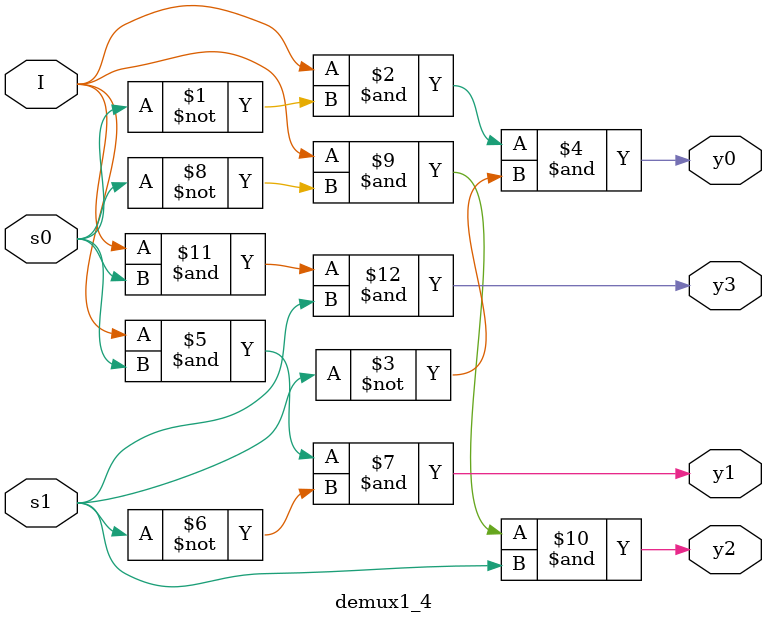
<source format=sv>
module demux1_4 (
  input I, s0, s1,
  output y3, y2, y1, y0
);        // module demux1_4 declares a module named demux1_4
          // Inputs I, s0 s1 and outputs y3, y2, y1, y0
  assign y0 = I & (~s0) & (~s1); // Routes input I to y0 when both s0 and s1 are low
  assign y1 = I & (s0) & (~s1);  // Routes input I to y1 when s0 is high and and s1 is low
  assign y2 = I & (~s0) & (s1);  // Routes input I to y2 when s0 is low and and s1 is high
  assign y3 = I & (s0) & (s1);    // Routes input I to y3 when both s0 and s1 are high
endmodule

</source>
